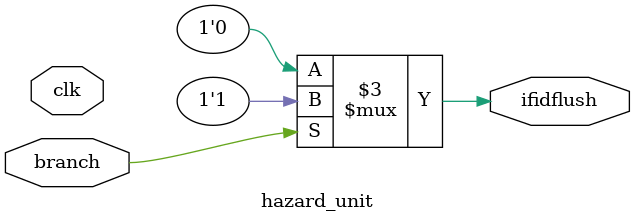
<source format=v>
`timescale 1ns / 1ps


module hazard_unit(input branch,
input clk,
output reg ifidflush);

always @(*) begin
    if (branch) begin
        ifidflush = 1;
       
    end else begin
        ifidflush = 0;
        
    end
end
endmodule


</source>
